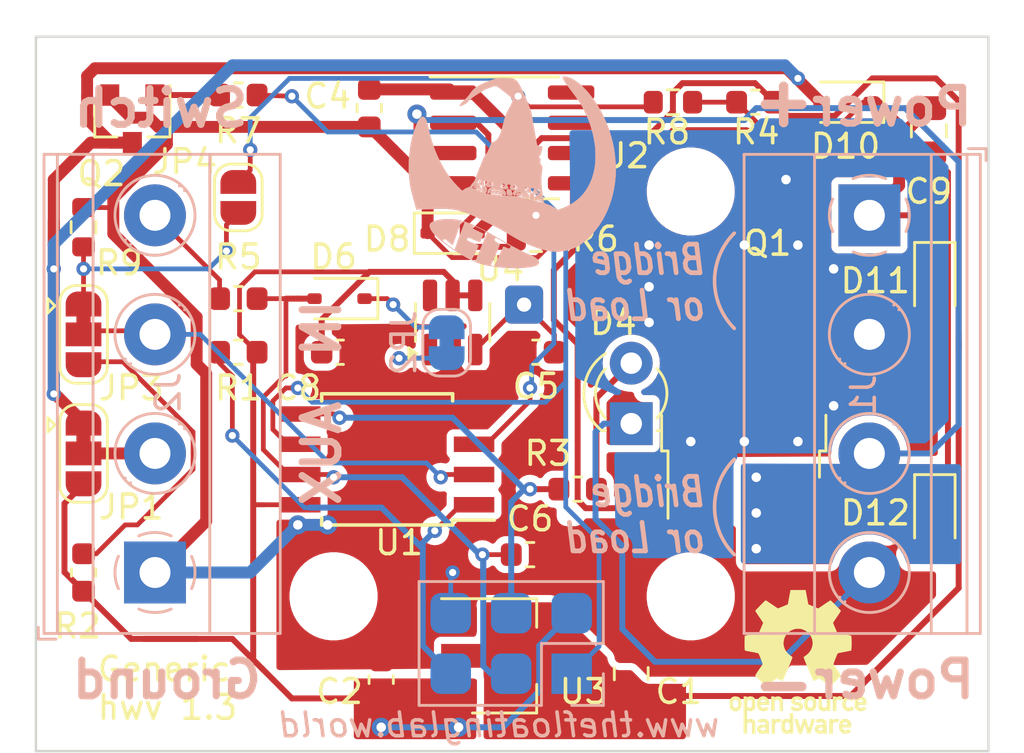
<source format=kicad_pcb>
(kicad_pcb
	(version 20240108)
	(generator "pcbnew")
	(generator_version "8.0")
	(general
		(thickness 1.6)
		(legacy_teardrops no)
	)
	(paper "A4")
	(layers
		(0 "F.Cu" signal)
		(31 "B.Cu" signal)
		(32 "B.Adhes" user "B.Adhesive")
		(33 "F.Adhes" user "F.Adhesive")
		(34 "B.Paste" user)
		(35 "F.Paste" user)
		(36 "B.SilkS" user "B.Silkscreen")
		(37 "F.SilkS" user "F.Silkscreen")
		(38 "B.Mask" user)
		(39 "F.Mask" user)
		(40 "Dwgs.User" user "User.Drawings")
		(41 "Cmts.User" user "User.Comments")
		(42 "Eco1.User" user "User.Eco1")
		(43 "Eco2.User" user "User.Eco2")
		(44 "Edge.Cuts" user)
		(45 "Margin" user)
		(46 "B.CrtYd" user "B.Courtyard")
		(47 "F.CrtYd" user "F.Courtyard")
		(48 "B.Fab" user)
		(49 "F.Fab" user)
	)
	(setup
		(pad_to_mask_clearance 0)
		(allow_soldermask_bridges_in_footprints no)
		(aux_axis_origin 91.5 105)
		(grid_origin 91.5 105)
		(pcbplotparams
			(layerselection 0x00010fc_ffffffff)
			(plot_on_all_layers_selection 0x0000000_00000000)
			(disableapertmacros no)
			(usegerberextensions yes)
			(usegerberattributes no)
			(usegerberadvancedattributes no)
			(creategerberjobfile no)
			(dashed_line_dash_ratio 12.000000)
			(dashed_line_gap_ratio 3.000000)
			(svgprecision 4)
			(plotframeref no)
			(viasonmask no)
			(mode 1)
			(useauxorigin no)
			(hpglpennumber 1)
			(hpglpenspeed 20)
			(hpglpendiameter 15.000000)
			(pdf_front_fp_property_popups yes)
			(pdf_back_fp_property_popups yes)
			(dxfpolygonmode yes)
			(dxfimperialunits yes)
			(dxfusepcbnewfont yes)
			(psnegative no)
			(psa4output no)
			(plotreference yes)
			(plotvalue yes)
			(plotfptext yes)
			(plotinvisibletext no)
			(sketchpadsonfab no)
			(subtractmaskfromsilk yes)
			(outputformat 1)
			(mirror no)
			(drillshape 0)
			(scaleselection 1)
			(outputdirectory "")
		)
	)
	(net 0 "")
	(net 1 "Net-(D12-A)")
	(net 2 "Net-(D10-A)")
	(net 3 "Net-(D6-A)")
	(net 4 "Net-(J3-Pin_1)")
	(net 5 "Net-(J3-Pin_5)")
	(net 6 "Net-(J3-Pin_2)")
	(net 7 "Net-(J3-Pin_4)")
	(net 8 "Net-(J2-Pin_4)")
	(net 9 "Net-(J2-Pin_3)")
	(net 10 "Net-(D11-A)")
	(net 11 "Net-(D10-K)")
	(net 12 "Net-(D12-K)")
	(net 13 "Net-(D8-A2)")
	(net 14 "Net-(D4-A)")
	(net 15 "Net-(Q2-G)")
	(net 16 "Net-(Q1-G)")
	(net 17 "Net-(JP2-B)")
	(net 18 "Net-(J4-Pin_1)")
	(net 19 "unconnected-(U4-Toggle-Pad6)")
	(net 20 "Net-(U1-XTAL2{slash}PB4)")
	(net 21 "unconnected-(U2-NC-Pad8)")
	(net 22 "unconnected-(U2-NC-Pad6)")
	(net 23 "unconnected-(U2-NC-Pad7)")
	(net 24 "Net-(D6-K)")
	(net 25 "Net-(J2-Pin_2)")
	(net 26 "Net-(JP3-B)")
	(net 27 "Net-(JP3-A)")
	(net 28 "Net-(JP4-B)")
	(footprint "Capacitor_SMD:C_0805_2012Metric" (layer "F.Cu") (at 76.5 101.75 90))
	(footprint "Capacitor_SMD:C_0603_1608Metric" (layer "F.Cu") (at 66 102 90))
	(footprint "Capacitor_SMD:C_0603_1608Metric" (layer "F.Cu") (at 65.5 78 -90))
	(footprint "Package_TO_SOT_SMD:TO-252-2" (layer "F.Cu") (at 81.225 89.925 90))
	(footprint "Resistor_SMD:R_0603_1608Metric" (layer "F.Cu") (at 60 88.25 180))
	(footprint "Resistor_SMD:R_0603_1608Metric" (layer "F.Cu") (at 53.5 97.5 90))
	(footprint "Resistor_SMD:R_0603_1608Metric" (layer "F.Cu") (at 74.25 94))
	(footprint "Package_SO:SOIJ-8_5.3x5.3mm_P1.27mm" (layer "F.Cu") (at 66.25 92.75 180))
	(footprint "Package_SO:SOIC-8_3.9x4.9mm_P1.27mm" (layer "F.Cu") (at 71.5 79.25))
	(footprint "Package_TO_SOT_SMD:SOT-89-3" (layer "F.Cu") (at 70.75 101))
	(footprint "MountingHole:MountingHole_3.2mm_M3_DIN965" (layer "F.Cu") (at 79 98.5 180))
	(footprint "MountingHole:MountingHole_3.2mm_M3_DIN965" (layer "F.Cu") (at 79 81.5 180))
	(footprint "MountingHole:MountingHole_3.2mm_M3_DIN965" (layer "F.Cu") (at 64 98.5 180))
	(footprint "MountingHole:MountingHole_3.2mm_M3_DIN965" (layer "F.Cu") (at 64 81.5 180))
	(footprint "Capacitor_SMD:C_0603_1608Metric" (layer "F.Cu") (at 72.25 96.75))
	(footprint "Resistor_SMD:R_0603_1608Metric" (layer "F.Cu") (at 81.7125 77.75))
	(footprint "Resistor_SMD:R_0603_1608Metric" (layer "F.Cu") (at 60 86))
	(footprint "LED_THT:LED_D3.0mm" (layer "F.Cu") (at 76.5 91.25 90))
	(footprint "Package_TO_SOT_SMD:SOT-23" (layer "F.Cu") (at 55.55 78.45 -90))
	(footprint "Resistor_SMD:R_0603_1608Metric" (layer "F.Cu") (at 60 77.45))
	(footprint "Diode_SMD:D_SOD-323" (layer "F.Cu") (at 85.5 77.75 180))
	(footprint "Jumper:SolderJumper-3_P1.3mm_Bridged12_RoundedPad1.0x1.5mm" (layer "F.Cu") (at 53.5 92.5 -90))
	(footprint "Diode_SMD:D_SOD-323" (layer "F.Cu") (at 89.25 95 -90))
	(footprint "Capacitor_SMD:C_0805_2012Metric" (layer "F.Cu") (at 89 78.95 -90))
	(footprint "Capacitor_SMD:C_0603_1608Metric" (layer "F.Cu") (at 72.5 88.25 180))
	(footprint "Capacitor_SMD:C_0603_1608Metric" (layer "F.Cu") (at 64.275 88.25))
	(footprint "Package_TO_SOT_SMD:SOT-23-6" (layer "F.Cu") (at 69 87 90))
	(footprint "Diode_SMD:D_SOD-323" (layer "F.Cu") (at 64.25 86 180))
	(footprint "Diode_SMD:D_SOD-323" (layer "F.Cu") (at 69 83.25))
	(footprint "Symbol:OSHW-Logo_5.7x6mm_SilkScreen" (layer "F.Cu") (at 83.5 101.25))
	(footprint "Resistor_SMD:R_0603_1608Metric" (layer "F.Cu") (at 78.25 77.75 180))
	(footprint "Resistor_SMD:R_0603_1608Metric" (layer "F.Cu") (at 72.5 83.5))
	(footprint "Resistor_SMD:R_0603_1608Metric" (layer "F.Cu") (at 53.5 83 90))
	(footprint "Jumper:SolderJumper-3_P1.3mm_Bridged12_RoundedPad1.0x1.5mm" (layer "F.Cu") (at 53.5 87.5 -90))
	(footprint "Jumper:SolderJumper-2_P1.3mm_Open_RoundedPad1.0x1.5mm" (layer "F.Cu") (at 60 81.75 90))
	(footprint "Diode_SMD:D_SOD-323"
		(layer "F.Cu")
		(uuid "f61a0dc9-1543-4b28-a893-c979dc6d42d6")
		(at 89.25 85.25 -90)
		(descr "SOD-323")
		(tags "SOD-323")
		(property "Reference" "D11"
			(at 0 2.5 180)
			(layer "F.SilkS")
			(uuid "bd17fcac-ae4f-461c-91fb-f4fae91ce3cd")
			(effects
				(font
					(size 1 1)
					(thickness 0.15)
				)
			)
		)
		(property "Value" "1N5819WS"
			(at 0.1 1.9 90)
			(layer "F.Fab")
			(uuid "8ea658d0-a5e4-4e91-86d0-717755df5e91")
			(effects
				(font
					(size 1 1)
					(thickness 0.15)
				)
			)
		)
		(property "Footprint" "Diode_SMD:D_SOD-323"
			(at 0 0 -90)
			(unlocked yes)
			(layer "F.Fab")
			(hide yes)
			(uuid "6e0fa25f-e0ee-4b6a-9f3e-edce15ecd1d4")
			(effects
				(font
					(size 1.27 1.27)
				)
			)
		)
		(property "Datasheet" "https://datasheet.lcsc.com/lcsc/2204281430_Guangdong-Hottech-1N5819WS_C191023.pdf"
			(at 0 0 -90)
			(unlocked yes)
			(layer "F.Fab")
			(hide yes)
			(uuid "d1f9a2c1-6476-439b-ae7b-26e8e1992071")
			(effects
				(font
					(size 1.27 1.27)
				)
			)
		)
		(property "Description" "40V 600mV@1A 1A SOD-323 Schottky Barrier Diodes, SOD-323"
			(at 0 0 -90)
			(unlocked yes)
			(layer "F.Fab")
			(hide yes)
			(uuid "8c6b0b
... [220509 chars truncated]
</source>
